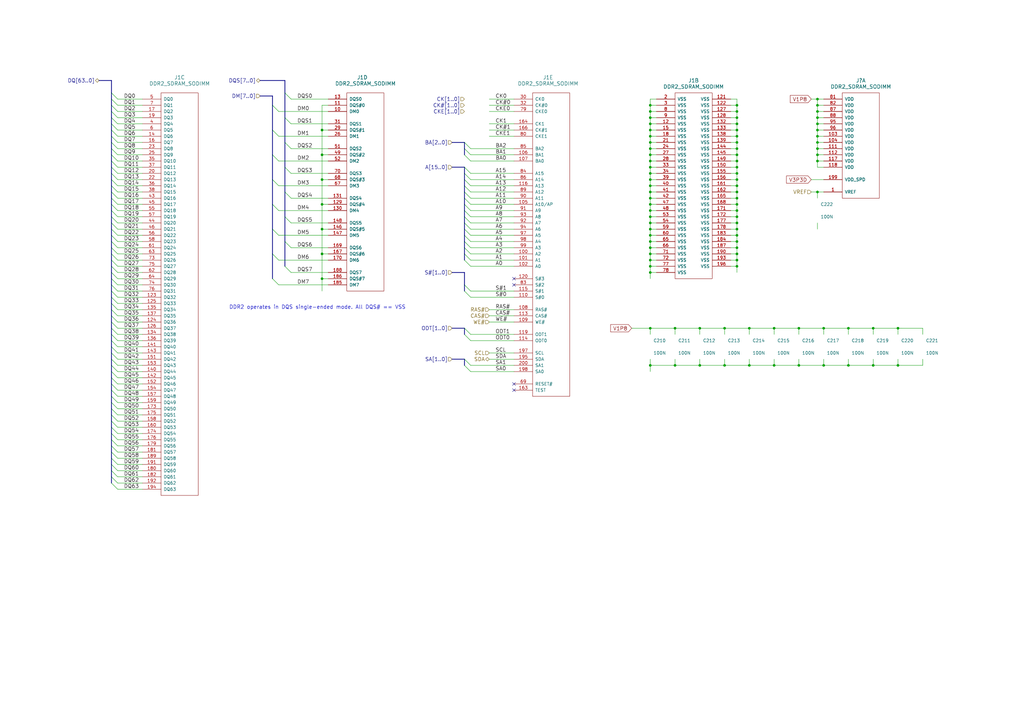
<source format=kicad_sch>
(kicad_sch (version 20230121) (generator eeschema)
  (paper "A3")
  (title_block (title "Daisho Project Main Board") (date "10 Oct 2014") (rev "0") (company "ShareBrained Technology, Inc.") (comment 1 "Copyright © 2013 Jared Boone") (comment 2 "License: GNU General Public License, version 2"))
  (junction (at 266.7 91.44))
  (junction (at 302.26 60.96))
  (junction (at 335.28 66.04))
  (junction (at 266.7 88.9))
  (junction (at 266.7 60.96))
  (junction (at 266.7 78.74))
  (junction (at 297.18 134.62))
  (junction (at 358.14 149.86))
  (junction (at 266.7 58.42))
  (junction (at 327.66 134.62))
  (junction (at 266.7 93.98))
  (junction (at 266.7 63.5))
  (junction (at 368.3 149.86))
  (junction (at 335.28 43.18))
  (junction (at 132.08 93.98))
  (junction (at 266.7 106.68))
  (junction (at 266.7 55.88))
  (junction (at 368.3 134.62))
  (junction (at 266.7 43.18))
  (junction (at 302.26 101.6))
  (junction (at 335.28 40.64))
  (junction (at 266.7 73.66))
  (junction (at 302.26 76.2))
  (junction (at 287.02 149.86))
  (junction (at 302.26 50.8))
  (junction (at 132.08 53.34))
  (junction (at 302.26 91.44))
  (junction (at 297.18 149.86))
  (junction (at 302.26 45.72))
  (junction (at 287.02 134.62))
  (junction (at 302.26 66.04))
  (junction (at 302.26 53.34))
  (junction (at 132.08 73.66))
  (junction (at 335.28 78.74))
  (junction (at 302.26 73.66))
  (junction (at 266.7 86.36))
  (junction (at 132.08 83.82))
  (junction (at 132.08 114.3))
  (junction (at 302.26 93.98))
  (junction (at 266.7 53.34))
  (junction (at 266.7 96.52))
  (junction (at 302.26 55.88))
  (junction (at 307.34 149.86))
  (junction (at 266.7 134.62))
  (junction (at 347.98 134.62))
  (junction (at 132.08 63.5))
  (junction (at 307.34 134.62))
  (junction (at 266.7 83.82))
  (junction (at 266.7 111.76))
  (junction (at 358.14 134.62))
  (junction (at 335.28 58.42))
  (junction (at 302.26 96.52))
  (junction (at 335.28 55.88))
  (junction (at 335.28 48.26))
  (junction (at 302.26 43.18))
  (junction (at 266.7 50.8))
  (junction (at 266.7 76.2))
  (junction (at 266.7 109.22))
  (junction (at 266.7 149.86))
  (junction (at 335.28 50.8))
  (junction (at 337.82 149.86))
  (junction (at 302.26 48.26))
  (junction (at 302.26 83.82))
  (junction (at 302.26 109.22))
  (junction (at 302.26 104.14))
  (junction (at 266.7 45.72))
  (junction (at 327.66 149.86))
  (junction (at 266.7 68.58))
  (junction (at 302.26 106.68))
  (junction (at 266.7 48.26))
  (junction (at 302.26 99.06))
  (junction (at 266.7 71.12))
  (junction (at 302.26 81.28))
  (junction (at 266.7 99.06))
  (junction (at 317.5 149.86))
  (junction (at 302.26 68.58))
  (junction (at 266.7 81.28))
  (junction (at 347.98 149.86))
  (junction (at 276.86 149.86))
  (junction (at 266.7 104.14))
  (junction (at 266.7 101.6))
  (junction (at 266.7 66.04))
  (junction (at 335.28 60.96))
  (junction (at 335.28 45.72))
  (junction (at 302.26 71.12))
  (junction (at 302.26 63.5))
  (junction (at 302.26 86.36))
  (junction (at 302.26 78.74))
  (junction (at 302.26 88.9))
  (junction (at 317.5 134.62))
  (junction (at 132.08 104.14))
  (junction (at 302.26 58.42))
  (junction (at 337.82 134.62))
  (junction (at 335.28 63.5))
  (junction (at 335.28 53.34))
  (junction (at 276.86 134.62))
  (no_connect (at 210.82 160.02))
  (no_connect (at 210.82 157.48))
  (no_connect (at 210.82 114.3))
  (no_connect (at 210.82 116.84))
  (bus_entry (at 45.72 58.42) (size 2.54 2.54))
  (bus_entry (at 190.5 104.14) (size 2.54 2.54))
  (bus_entry (at 45.72 165.1) (size 2.54 2.54))
  (bus_entry (at 45.72 109.22) (size 2.54 2.54))
  (bus_entry (at 190.5 86.36) (size 2.54 2.54))
  (bus_entry (at 45.72 182.88) (size 2.54 2.54))
  (bus_entry (at 45.72 99.06) (size 2.54 2.54))
  (bus_entry (at 116.84 109.22) (size 2.54 2.54))
  (bus_entry (at 190.5 134.62) (size 2.54 2.54))
  (bus_entry (at 45.72 193.04) (size 2.54 2.54))
  (bus_entry (at 45.72 91.44) (size 2.54 2.54))
  (bus_entry (at 45.72 96.52) (size 2.54 2.54))
  (bus_entry (at 190.5 73.66) (size 2.54 2.54))
  (bus_entry (at 45.72 38.1) (size 2.54 2.54))
  (bus_entry (at 116.84 78.74) (size 2.54 2.54))
  (bus_entry (at 190.5 78.74) (size 2.54 2.54))
  (bus_entry (at 45.72 190.5) (size 2.54 2.54))
  (bus_entry (at 45.72 167.64) (size 2.54 2.54))
  (bus_entry (at 45.72 175.26) (size 2.54 2.54))
  (bus_entry (at 190.5 83.82) (size 2.54 2.54))
  (bus_entry (at 45.72 66.04) (size 2.54 2.54))
  (bus_entry (at 45.72 152.4) (size 2.54 2.54))
  (bus_entry (at 190.5 116.84) (size 2.54 2.54))
  (bus_entry (at 45.72 149.86) (size 2.54 2.54))
  (bus_entry (at 116.84 48.26) (size 2.54 2.54))
  (bus_entry (at 45.72 187.96) (size 2.54 2.54))
  (bus_entry (at 45.72 195.58) (size 2.54 2.54))
  (bus_entry (at 45.72 55.88) (size 2.54 2.54))
  (bus_entry (at 45.72 73.66) (size 2.54 2.54))
  (bus_entry (at 116.84 68.58) (size 2.54 2.54))
  (bus_entry (at 190.5 88.9) (size 2.54 2.54))
  (bus_entry (at 45.72 60.96) (size 2.54 2.54))
  (bus_entry (at 45.72 147.32) (size 2.54 2.54))
  (bus_entry (at 111.76 93.98) (size 2.54 2.54))
  (bus_entry (at 45.72 106.68) (size 2.54 2.54))
  (bus_entry (at 190.5 76.2) (size 2.54 2.54))
  (bus_entry (at 45.72 53.34) (size 2.54 2.54))
  (bus_entry (at 111.76 53.34) (size 2.54 2.54))
  (bus_entry (at 190.5 81.28) (size 2.54 2.54))
  (bus_entry (at 45.72 134.62) (size 2.54 2.54))
  (bus_entry (at 116.84 38.1) (size 2.54 2.54))
  (bus_entry (at 45.72 104.14) (size 2.54 2.54))
  (bus_entry (at 45.72 198.12) (size 2.54 2.54))
  (bus_entry (at 190.5 137.16) (size 2.54 2.54))
  (bus_entry (at 45.72 124.46) (size 2.54 2.54))
  (bus_entry (at 45.72 48.26) (size 2.54 2.54))
  (bus_entry (at 190.5 96.52) (size 2.54 2.54))
  (bus_entry (at 45.72 132.08) (size 2.54 2.54))
  (bus_entry (at 45.72 63.5) (size 2.54 2.54))
  (bus_entry (at 45.72 177.8) (size 2.54 2.54))
  (bus_entry (at 45.72 81.28) (size 2.54 2.54))
  (bus_entry (at 45.72 185.42) (size 2.54 2.54))
  (bus_entry (at 190.5 99.06) (size 2.54 2.54))
  (bus_entry (at 45.72 43.18) (size 2.54 2.54))
  (bus_entry (at 45.72 162.56) (size 2.54 2.54))
  (bus_entry (at 45.72 119.38) (size 2.54 2.54))
  (bus_entry (at 45.72 71.12) (size 2.54 2.54))
  (bus_entry (at 45.72 116.84) (size 2.54 2.54))
  (bus_entry (at 45.72 129.54) (size 2.54 2.54))
  (bus_entry (at 45.72 111.76) (size 2.54 2.54))
  (bus_entry (at 190.5 147.32) (size 2.54 2.54))
  (bus_entry (at 190.5 58.42) (size 2.54 2.54))
  (bus_entry (at 45.72 144.78) (size 2.54 2.54))
  (bus_entry (at 111.76 114.3) (size 2.54 2.54))
  (bus_entry (at 190.5 119.38) (size 2.54 2.54))
  (bus_entry (at 45.72 170.18) (size 2.54 2.54))
  (bus_entry (at 190.5 91.44) (size 2.54 2.54))
  (bus_entry (at 45.72 40.64) (size 2.54 2.54))
  (bus_entry (at 45.72 142.24) (size 2.54 2.54))
  (bus_entry (at 45.72 101.6) (size 2.54 2.54))
  (bus_entry (at 111.76 73.66) (size 2.54 2.54))
  (bus_entry (at 190.5 149.86) (size 2.54 2.54))
  (bus_entry (at 116.84 99.06) (size 2.54 2.54))
  (bus_entry (at 45.72 78.74) (size 2.54 2.54))
  (bus_entry (at 45.72 114.3) (size 2.54 2.54))
  (bus_entry (at 45.72 157.48) (size 2.54 2.54))
  (bus_entry (at 45.72 127) (size 2.54 2.54))
  (bus_entry (at 45.72 83.82) (size 2.54 2.54))
  (bus_entry (at 116.84 58.42) (size 2.54 2.54))
  (bus_entry (at 190.5 68.58) (size 2.54 2.54))
  (bus_entry (at 190.5 101.6) (size 2.54 2.54))
  (bus_entry (at 45.72 154.94) (size 2.54 2.54))
  (bus_entry (at 111.76 63.5) (size 2.54 2.54))
  (bus_entry (at 45.72 86.36) (size 2.54 2.54))
  (bus_entry (at 45.72 93.98) (size 2.54 2.54))
  (bus_entry (at 190.5 60.96) (size 2.54 2.54))
  (bus_entry (at 45.72 88.9) (size 2.54 2.54))
  (bus_entry (at 111.76 83.82) (size 2.54 2.54))
  (bus_entry (at 45.72 121.92) (size 2.54 2.54))
  (bus_entry (at 45.72 139.7) (size 2.54 2.54))
  (bus_entry (at 190.5 106.68) (size 2.54 2.54))
  (bus_entry (at 111.76 43.18) (size 2.54 2.54))
  (bus_entry (at 45.72 50.8) (size 2.54 2.54))
  (bus_entry (at 45.72 160.02) (size 2.54 2.54))
  (bus_entry (at 190.5 71.12) (size 2.54 2.54))
  (bus_entry (at 190.5 63.5) (size 2.54 2.54))
  (bus_entry (at 45.72 45.72) (size 2.54 2.54))
  (bus_entry (at 45.72 137.16) (size 2.54 2.54))
  (bus_entry (at 45.72 172.72) (size 2.54 2.54))
  (bus_entry (at 45.72 180.34) (size 2.54 2.54))
  (bus_entry (at 116.84 88.9) (size 2.54 2.54))
  (bus_entry (at 45.72 68.58) (size 2.54 2.54))
  (bus_entry (at 111.76 104.14) (size 2.54 2.54))
  (bus_entry (at 45.72 76.2) (size 2.54 2.54))
  (bus_entry (at 190.5 93.98) (size 2.54 2.54))
  (wire (pts (xy 266.7 45.72) (xy 269.24 45.72)))
  (wire (pts (xy 266.7 147.32) (xy 266.7 149.86)))
  (bus (pts (xy 45.72 81.28) (xy 45.72 78.74)))
  (bus (pts (xy 111.76 53.34) (xy 111.76 63.5)))
  (wire (pts (xy 132.08 93.98) (xy 134.62 93.98)))
  (bus (pts (xy 45.72 43.18) (xy 45.72 40.64)))
  (wire (pts (xy 302.26 55.88) (xy 302.26 58.42)))
  (wire (pts (xy 266.7 106.68) (xy 269.24 106.68)))
  (wire (pts (xy 302.26 106.68) (xy 299.72 106.68)))
  (wire (pts (xy 210.82 129.54) (xy 200.66 129.54)))
  (wire (pts (xy 48.26 111.76) (xy 58.42 111.76)))
  (wire (pts (xy 266.7 104.14) (xy 266.7 101.6)))
  (wire (pts (xy 266.7 83.82) (xy 266.7 81.28)))
  (wire (pts (xy 266.7 71.12) (xy 269.24 71.12)))
  (wire (pts (xy 266.7 76.2) (xy 266.7 73.66)))
  (wire (pts (xy 378.46 137.16) (xy 378.46 134.62)))
  (wire (pts (xy 58.42 172.72) (xy 48.26 172.72)))
  (wire (pts (xy 266.7 45.72) (xy 266.7 43.18)))
  (wire (pts (xy 58.42 99.06) (xy 48.26 99.06)))
  (wire (pts (xy 335.28 48.26) (xy 337.82 48.26)))
  (bus (pts (xy 45.72 60.96) (xy 45.72 58.42)))
  (wire (pts (xy 210.82 139.7) (xy 193.04 139.7)))
  (bus (pts (xy 190.5 93.98) (xy 190.5 96.52)))
  (wire (pts (xy 210.82 66.04) (xy 193.04 66.04)))
  (bus (pts (xy 45.72 53.34) (xy 45.72 50.8)))
  (wire (pts (xy 48.26 55.88) (xy 58.42 55.88)))
  (wire (pts (xy 58.42 162.56) (xy 48.26 162.56)))
  (wire (pts (xy 266.7 111.76) (xy 269.24 111.76)))
  (wire (pts (xy 335.28 58.42) (xy 335.28 55.88)))
  (wire (pts (xy 134.62 60.96) (xy 119.38 60.96)))
  (wire (pts (xy 302.26 71.12) (xy 302.26 73.66)))
  (bus (pts (xy 45.72 175.26) (xy 45.72 172.72)))
  (wire (pts (xy 210.82 152.4) (xy 193.04 152.4)))
  (wire (pts (xy 58.42 104.14) (xy 48.26 104.14)))
  (bus (pts (xy 45.72 101.6) (xy 45.72 99.06)))
  (bus (pts (xy 190.5 111.76) (xy 190.5 116.84)))
  (wire (pts (xy 266.7 50.8) (xy 266.7 48.26)))
  (wire (pts (xy 302.26 81.28) (xy 299.72 81.28)))
  (bus (pts (xy 190.5 137.16) (xy 190.5 134.62)))
  (wire (pts (xy 266.7 50.8) (xy 269.24 50.8)))
  (wire (pts (xy 332.74 40.64) (xy 335.28 40.64)))
  (wire (pts (xy 297.18 134.62) (xy 297.18 137.16)))
  (wire (pts (xy 266.7 109.22) (xy 269.24 109.22)))
  (wire (pts (xy 335.28 53.34) (xy 335.28 50.8)))
  (wire (pts (xy 332.74 78.74) (xy 335.28 78.74)))
  (wire (pts (xy 302.26 45.72) (xy 299.72 45.72)))
  (wire (pts (xy 368.3 134.62) (xy 358.14 134.62)))
  (bus (pts (xy 45.72 124.46) (xy 45.72 121.92)))
  (wire (pts (xy 302.26 106.68) (xy 302.26 109.22)))
  (wire (pts (xy 48.26 68.58) (xy 58.42 68.58)))
  (wire (pts (xy 302.26 99.06) (xy 299.72 99.06)))
  (bus (pts (xy 45.72 142.24) (xy 45.72 139.7)))
  (wire (pts (xy 210.82 137.16) (xy 193.04 137.16)))
  (wire (pts (xy 210.82 53.34) (xy 200.66 53.34)))
  (wire (pts (xy 58.42 76.2) (xy 48.26 76.2)))
  (wire (pts (xy 302.26 66.04) (xy 302.26 68.58)))
  (wire (pts (xy 302.26 86.36) (xy 299.72 86.36)))
  (bus (pts (xy 190.5 71.12) (xy 190.5 73.66)))
  (bus (pts (xy 45.72 137.16) (xy 45.72 134.62)))
  (bus (pts (xy 190.5 81.28) (xy 190.5 83.82)))
  (bus (pts (xy 45.72 149.86) (xy 45.72 147.32)))
  (wire (pts (xy 58.42 43.18) (xy 48.26 43.18)))
  (wire (pts (xy 48.26 96.52) (xy 58.42 96.52)))
  (wire (pts (xy 210.82 147.32) (xy 200.66 147.32)))
  (bus (pts (xy 45.72 88.9) (xy 45.72 86.36)))
  (wire (pts (xy 210.82 106.68) (xy 193.04 106.68)))
  (bus (pts (xy 190.5 91.44) (xy 190.5 93.98)))
  (wire (pts (xy 58.42 195.58) (xy 48.26 195.58)))
  (bus (pts (xy 45.72 187.96) (xy 45.72 185.42)))
  (wire (pts (xy 335.28 81.28) (xy 335.28 78.74)))
  (wire (pts (xy 302.26 73.66) (xy 299.72 73.66)))
  (wire (pts (xy 58.42 149.86) (xy 48.26 149.86)))
  (wire (pts (xy 210.82 81.28) (xy 193.04 81.28)))
  (wire (pts (xy 266.7 149.86) (xy 276.86 149.86)))
  (wire (pts (xy 58.42 193.04) (xy 48.26 193.04)))
  (wire (pts (xy 58.42 40.64) (xy 48.26 40.64)))
  (wire (pts (xy 266.7 76.2) (xy 269.24 76.2)))
  (wire (pts (xy 299.72 40.64) (xy 302.26 40.64)))
  (bus (pts (xy 45.72 48.26) (xy 45.72 45.72)))
  (wire (pts (xy 302.26 91.44) (xy 302.26 93.98)))
  (wire (pts (xy 48.26 53.34) (xy 58.42 53.34)))
  (wire (pts (xy 48.26 121.92) (xy 58.42 121.92)))
  (wire (pts (xy 302.26 55.88) (xy 299.72 55.88)))
  (wire (pts (xy 58.42 180.34) (xy 48.26 180.34)))
  (bus (pts (xy 45.72 66.04) (xy 45.72 63.5)))
  (wire (pts (xy 287.02 134.62) (xy 287.02 137.16)))
  (wire (pts (xy 266.7 43.18) (xy 266.7 40.64)))
  (wire (pts (xy 210.82 50.8) (xy 200.66 50.8)))
  (bus (pts (xy 190.5 78.74) (xy 190.5 81.28)))
  (wire (pts (xy 266.7 53.34) (xy 269.24 53.34)))
  (wire (pts (xy 337.82 43.18) (xy 335.28 43.18)))
  (wire (pts (xy 210.82 109.22) (xy 193.04 109.22)))
  (wire (pts (xy 210.82 60.96) (xy 193.04 60.96)))
  (bus (pts (xy 111.76 43.18) (xy 111.76 53.34)))
  (wire (pts (xy 58.42 182.88) (xy 48.26 182.88)))
  (wire (pts (xy 132.08 114.3) (xy 132.08 119.38)))
  (wire (pts (xy 335.28 60.96) (xy 335.28 58.42)))
  (wire (pts (xy 302.26 71.12) (xy 299.72 71.12)))
  (bus (pts (xy 190.5 116.84) (xy 190.5 119.38)))
  (wire (pts (xy 58.42 160.02) (xy 48.26 160.02)))
  (wire (pts (xy 134.62 81.28) (xy 119.38 81.28)))
  (wire (pts (xy 337.82 68.58) (xy 335.28 68.58)))
  (bus (pts (xy 190.5 73.66) (xy 190.5 76.2)))
  (wire (pts (xy 276.86 134.62) (xy 276.86 137.16)))
  (bus (pts (xy 45.72 83.82) (xy 45.72 81.28)))
  (wire (pts (xy 266.7 83.82) (xy 269.24 83.82)))
  (wire (pts (xy 302.26 43.18) (xy 299.72 43.18)))
  (bus (pts (xy 45.72 121.92) (xy 45.72 119.38)))
  (wire (pts (xy 58.42 48.26) (xy 48.26 48.26)))
  (wire (pts (xy 266.7 86.36) (xy 269.24 86.36)))
  (wire (pts (xy 210.82 104.14) (xy 193.04 104.14)))
  (wire (pts (xy 134.62 111.76) (xy 119.38 111.76)))
  (wire (pts (xy 266.7 81.28) (xy 266.7 78.74)))
  (wire (pts (xy 132.08 63.5) (xy 132.08 73.66)))
  (wire (pts (xy 48.26 137.16) (xy 58.42 137.16)))
  (wire (pts (xy 210.82 45.72) (xy 200.66 45.72)))
  (wire (pts (xy 134.62 43.18) (xy 132.08 43.18)))
  (bus (pts (xy 116.84 58.42) (xy 116.84 48.26)))
  (wire (pts (xy 266.7 109.22) (xy 266.7 106.68)))
  (bus (pts (xy 185.42 111.76) (xy 190.5 111.76)))
  (wire (pts (xy 58.42 93.98) (xy 48.26 93.98)))
  (wire (pts (xy 307.34 149.86) (xy 307.34 147.32)))
  (wire (pts (xy 276.86 149.86) (xy 287.02 149.86)))
  (wire (pts (xy 335.28 45.72) (xy 337.82 45.72)))
  (wire (pts (xy 210.82 78.74) (xy 193.04 78.74)))
  (bus (pts (xy 190.5 63.5) (xy 190.5 60.96)))
  (wire (pts (xy 337.82 149.86) (xy 337.82 147.32)))
  (wire (pts (xy 210.82 127) (xy 200.66 127)))
  (wire (pts (xy 302.26 50.8) (xy 302.26 53.34)))
  (wire (pts (xy 132.08 53.34) (xy 132.08 63.5)))
  (wire (pts (xy 134.62 106.68) (xy 114.3 106.68)))
  (wire (pts (xy 335.28 48.26) (xy 335.28 45.72)))
  (wire (pts (xy 210.82 76.2) (xy 193.04 76.2)))
  (wire (pts (xy 302.26 50.8) (xy 299.72 50.8)))
  (wire (pts (xy 302.26 40.64) (xy 302.26 43.18)))
  (wire (pts (xy 266.7 58.42) (xy 269.24 58.42)))
  (wire (pts (xy 266.7 96.52) (xy 266.7 93.98)))
  (bus (pts (xy 190.5 68.58) (xy 190.5 71.12)))
  (bus (pts (xy 106.68 39.37) (xy 111.76 39.37)))
  (wire (pts (xy 210.82 93.98) (xy 193.04 93.98)))
  (bus (pts (xy 111.76 104.14) (xy 111.76 114.3)))
  (wire (pts (xy 317.5 149.86) (xy 327.66 149.86)))
  (wire (pts (xy 58.42 60.96) (xy 48.26 60.96)))
  (wire (pts (xy 327.66 149.86) (xy 327.66 147.32)))
  (wire (pts (xy 210.82 63.5) (xy 193.04 63.5)))
  (wire (pts (xy 132.08 93.98) (xy 132.08 104.14)))
  (wire (pts (xy 210.82 149.86) (xy 193.04 149.86)))
  (bus (pts (xy 116.84 99.06) (xy 116.84 88.9)))
  (bus (pts (xy 111.76 63.5) (xy 111.76 73.66)))
  (bus (pts (xy 45.72 106.68) (xy 45.72 104.14)))
  (wire (pts (xy 368.3 149.86) (xy 378.46 149.86)))
  (bus (pts (xy 111.76 39.37) (xy 111.76 43.18)))
  (wire (pts (xy 210.82 88.9) (xy 193.04 88.9)))
  (wire (pts (xy 266.7 66.04) (xy 266.7 63.5)))
  (bus (pts (xy 45.72 167.64) (xy 45.72 165.1)))
  (bus (pts (xy 45.72 78.74) (xy 45.72 76.2)))
  (wire (pts (xy 335.28 63.5) (xy 337.82 63.5)))
  (wire (pts (xy 58.42 144.78) (xy 48.26 144.78)))
  (wire (pts (xy 58.42 167.64) (xy 48.26 167.64)))
  (wire (pts (xy 276.86 149.86) (xy 276.86 147.32)))
  (wire (pts (xy 327.66 134.62) (xy 317.5 134.62)))
  (wire (pts (xy 266.7 96.52) (xy 269.24 96.52)))
  (wire (pts (xy 132.08 73.66) (xy 132.08 83.82)))
  (wire (pts (xy 48.26 127) (xy 58.42 127)))
  (wire (pts (xy 48.26 88.9) (xy 58.42 88.9)))
  (wire (pts (xy 266.7 88.9) (xy 266.7 86.36)))
  (wire (pts (xy 266.7 149.86) (xy 266.7 152.4)))
  (bus (pts (xy 45.72 96.52) (xy 45.72 93.98)))
  (wire (pts (xy 210.82 144.78) (xy 200.66 144.78)))
  (bus (pts (xy 185.42 68.58) (xy 190.5 68.58)))
  (bus (pts (xy 45.72 129.54) (xy 45.72 127)))
  (bus (pts (xy 111.76 73.66) (xy 111.76 83.82)))
  (wire (pts (xy 337.82 134.62) (xy 327.66 134.62)))
  (wire (pts (xy 302.26 63.5) (xy 299.72 63.5)))
  (wire (pts (xy 132.08 53.34) (xy 134.62 53.34)))
  (bus (pts (xy 45.72 182.88) (xy 45.72 180.34)))
  (wire (pts (xy 302.26 58.42) (xy 299.72 58.42)))
  (wire (pts (xy 266.7 55.88) (xy 269.24 55.88)))
  (wire (pts (xy 302.26 93.98) (xy 299.72 93.98)))
  (wire (pts (xy 48.26 142.24) (xy 58.42 142.24)))
  (wire (pts (xy 58.42 45.72) (xy 48.26 45.72)))
  (bus (pts (xy 45.72 99.06) (xy 45.72 96.52)))
  (bus (pts (xy 190.5 134.62) (xy 185.42 134.62)))
  (wire (pts (xy 287.02 149.86) (xy 297.18 149.86)))
  (bus (pts (xy 45.72 86.36) (xy 45.72 83.82)))
  (wire (pts (xy 58.42 71.12) (xy 48.26 71.12)))
  (wire (pts (xy 302.26 66.04) (xy 299.72 66.04)))
  (wire (pts (xy 58.42 175.26) (xy 48.26 175.26)))
  (wire (pts (xy 302.26 96.52) (xy 299.72 96.52)))
  (wire (pts (xy 132.08 104.14) (xy 134.62 104.14)))
  (wire (pts (xy 134.62 71.12) (xy 119.38 71.12)))
  (wire (pts (xy 266.7 40.64) (xy 269.24 40.64)))
  (bus (pts (xy 190.5 58.42) (xy 185.42 58.42)))
  (bus (pts (xy 190.5 104.14) (xy 190.5 106.68)))
  (wire (pts (xy 58.42 119.38) (xy 48.26 119.38)))
  (bus (pts (xy 45.72 180.34) (xy 45.72 177.8)))
  (wire (pts (xy 378.46 134.62) (xy 368.3 134.62)))
  (wire (pts (xy 266.7 55.88) (xy 266.7 53.34)))
  (wire (pts (xy 210.82 121.92) (xy 193.04 121.92)))
  (bus (pts (xy 45.72 58.42) (xy 45.72 55.88)))
  (wire (pts (xy 134.62 66.04) (xy 114.3 66.04)))
  (wire (pts (xy 335.28 40.64) (xy 337.82 40.64)))
  (wire (pts (xy 335.28 66.04) (xy 337.82 66.04)))
  (wire (pts (xy 58.42 91.44) (xy 48.26 91.44)))
  (wire (pts (xy 335.28 53.34) (xy 337.82 53.34)))
  (wire (pts (xy 48.26 106.68) (xy 58.42 106.68)))
  (bus (pts (xy 45.72 152.4) (xy 45.72 149.86)))
  (bus (pts (xy 190.5 86.36) (xy 190.5 88.9)))
  (wire (pts (xy 302.26 86.36) (xy 302.26 88.9)))
  (wire (pts (xy 134.62 96.52) (xy 114.3 96.52)))
  (wire (pts (xy 287.02 134.62) (xy 276.86 134.62)))
  (bus (pts (xy 45.72 139.7) (xy 45.72 137.16)))
  (wire (pts (xy 337.82 149.86) (xy 347.98 149.86)))
  (bus (pts (xy 45.72 55.88) (xy 45.72 53.34)))
  (bus (pts (xy 45.72 73.66) (xy 45.72 71.12)))
  (wire (pts (xy 302.26 76.2) (xy 299.72 76.2)))
  (bus (pts (xy 45.72 116.84) (xy 45.72 114.3)))
  (bus (pts (xy 45.72 93.98) (xy 45.72 91.44)))
  (bus (pts (xy 116.84 109.22) (xy 116.84 99.06)))
  (wire (pts (xy 302.26 68.58) (xy 302.26 71.12)))
  (wire (pts (xy 132.08 63.5) (xy 134.62 63.5)))
  (wire (pts (xy 302.26 83.82) (xy 302.26 86.36)))
  (wire (pts (xy 335.28 45.72) (xy 335.28 43.18)))
  (wire (pts (xy 48.26 101.6) (xy 58.42 101.6)))
  (wire (pts (xy 266.7 66.04) (xy 269.24 66.04)))
  (wire (pts (xy 297.18 149.86) (xy 307.34 149.86)))
  (wire (pts (xy 302.26 104.14) (xy 299.72 104.14)))
  (wire (pts (xy 210.82 132.08) (xy 200.66 132.08)))
  (bus (pts (xy 190.5 83.82) (xy 190.5 86.36)))
  (wire (pts (xy 266.7 91.44) (xy 266.7 88.9)))
  (bus (pts (xy 45.72 132.08) (xy 45.72 129.54)))
  (wire (pts (xy 335.28 50.8) (xy 337.82 50.8)))
  (wire (pts (xy 132.08 83.82) (xy 134.62 83.82)))
  (wire (pts (xy 302.26 63.5) (xy 302.26 66.04)))
  (wire (pts (xy 58.42 190.5) (xy 48.26 190.5)))
  (wire (pts (xy 266.7 88.9) (xy 269.24 88.9)))
  (bus (pts (xy 190.5 96.52) (xy 190.5 99.06)))
  (bus (pts (xy 45.72 165.1) (xy 45.72 162.56)))
  (wire (pts (xy 266.7 81.28) (xy 269.24 81.28)))
  (wire (pts (xy 358.14 134.62) (xy 358.14 137.16)))
  (bus (pts (xy 45.72 114.3) (xy 45.72 111.76)))
  (wire (pts (xy 302.26 91.44) (xy 299.72 91.44)))
  (wire (pts (xy 266.7 93.98) (xy 266.7 91.44)))
  (bus (pts (xy 45.72 193.04) (xy 45.72 190.5)))
  (wire (pts (xy 302.26 88.9) (xy 302.26 91.44)))
  (wire (pts (xy 335.28 55.88) (xy 335.28 53.34)))
  (wire (pts (xy 266.7 63.5) (xy 266.7 60.96)))
  (bus (pts (xy 45.72 68.58) (xy 45.72 66.04)))
  (wire (pts (xy 266.7 104.14) (xy 269.24 104.14)))
  (wire (pts (xy 302.26 53.34) (xy 299.72 53.34)))
  (wire (pts (xy 58.42 139.7) (xy 48.26 139.7)))
  (wire (pts (xy 58.42 177.8) (xy 48.26 177.8)))
  (wire (pts (xy 210.82 43.18) (xy 200.66 43.18)))
  (bus (pts (xy 111.76 83.82) (xy 111.76 93.98)))
  (wire (pts (xy 297.18 134.62) (xy 287.02 134.62)))
  (wire (pts (xy 302.26 101.6) (xy 299.72 101.6)))
  (wire (pts (xy 302.26 81.28) (xy 302.26 83.82)))
  (wire (pts (xy 269.24 43.18) (xy 266.7 43.18)))
  (bus (pts (xy 45.72 170.18) (xy 45.72 167.64)))
  (bus (pts (xy 45.72 104.14) (xy 45.72 101.6)))
  (bus (pts (xy 45.72 162.56) (xy 45.72 160.02)))
  (wire (pts (xy 347.98 149.86) (xy 358.14 149.86)))
  (wire (pts (xy 210.82 99.06) (xy 193.04 99.06)))
  (wire (pts (xy 58.42 114.3) (xy 48.26 114.3)))
  (wire (pts (xy 210.82 101.6) (xy 193.04 101.6)))
  (bus (pts (xy 45.72 91.44) (xy 45.72 88.9)))
  (wire (pts (xy 335.28 43.18) (xy 335.28 40.64)))
  (bus (pts (xy 190.5 99.06) (xy 190.5 101.6)))
  (wire (pts (xy 302.26 58.42) (xy 302.26 60.96)))
  (wire (pts (xy 317.5 134.62) (xy 317.5 137.16)))
  (bus (pts (xy 45.72 190.5) (xy 45.72 187.96)))
  (bus (pts (xy 45.72 63.5) (xy 45.72 60.96)))
  (wire (pts (xy 276.86 134.62) (xy 266.7 134.62)))
  (wire (pts (xy 335.28 66.04) (xy 335.28 63.5)))
  (wire (pts (xy 347.98 149.86) (xy 347.98 147.32)))
  (bus (pts (xy 45.72 144.78) (xy 45.72 142.24)))
  (wire (pts (xy 302.26 78.74) (xy 302.26 81.28)))
  (wire (pts (xy 335.28 60.96) (xy 337.82 60.96)))
  (wire (pts (xy 134.62 101.6) (xy 119.38 101.6)))
  (wire (pts (xy 302.26 76.2) (xy 302.26 78.74)))
  (bus (pts (xy 185.42 147.32) (xy 190.5 147.32)))
  (wire (pts (xy 132.08 73.66) (xy 134.62 73.66)))
  (wire (pts (xy 302.26 68.58) (xy 299.72 68.58)))
  (bus (pts (xy 45.72 134.62) (xy 45.72 132.08)))
  (wire (pts (xy 266.7 68.58) (xy 269.24 68.58)))
  (wire (pts (xy 210.82 73.66) (xy 193.04 73.66)))
  (wire (pts (xy 58.42 185.42) (xy 48.26 185.42)))
  (wire (pts (xy 266.7 73.66) (xy 266.7 71.12)))
  (wire (pts (xy 210.82 40.64) (xy 200.66 40.64)))
  (wire (pts (xy 302.26 78.74) (xy 299.72 78.74)))
  (wire (pts (xy 210.82 91.44) (xy 193.04 91.44)))
  (bus (pts (xy 45.72 195.58) (xy 45.72 193.04)))
  (wire (pts (xy 48.26 58.42) (xy 58.42 58.42)))
  (bus (pts (xy 116.84 33.02) (xy 106.68 33.02)))
  (wire (pts (xy 266.7 78.74) (xy 266.7 76.2)))
  (bus (pts (xy 45.72 185.42) (xy 45.72 182.88)))
  (wire (pts (xy 266.7 53.34) (xy 266.7 50.8)))
  (wire (pts (xy 210.82 119.38) (xy 193.04 119.38)))
  (wire (pts (xy 335.28 50.8) (xy 335.28 48.26)))
  (wire (pts (xy 266.7 91.44) (xy 269.24 91.44)))
  (wire (pts (xy 58.42 170.18) (xy 48.26 170.18)))
  (wire (pts (xy 266.7 134.62) (xy 266.7 137.16)))
  (wire (pts (xy 266.7 86.36) (xy 266.7 83.82)))
  (wire (pts (xy 317.5 134.62) (xy 307.34 134.62)))
  (bus (pts (xy 45.72 127) (xy 45.72 124.46)))
  (wire (pts (xy 58.42 157.48) (xy 48.26 157.48)))
  (wire (pts (xy 134.62 86.36) (xy 114.3 86.36)))
  (bus (pts (xy 45.72 71.12) (xy 45.72 68.58)))
  (wire (pts (xy 58.42 165.1) (xy 48.26 165.1)))
  (wire (pts (xy 317.5 149.86) (xy 317.5 147.32)))
  (wire (pts (xy 210.82 96.52) (xy 193.04 96.52)))
  (wire (pts (xy 48.26 152.4) (xy 58.42 152.4)))
  (wire (pts (xy 302.26 60.96) (xy 302.26 63.5)))
  (wire (pts (xy 266.7 60.96) (xy 266.7 58.42)))
  (wire (pts (xy 335.28 63.5) (xy 335.28 60.96)))
  (wire (pts (xy 307.34 134.62) (xy 307.34 137.16)))
  (bus (pts (xy 116.84 48.26) (xy 116.84 38.1)))
  (wire (pts (xy 58.42 124.46) (xy 48.26 124.46)))
  (wire (pts (xy 266.7 48.26) (xy 266.7 45.72)))
  (wire (pts (xy 58.42 154.94) (xy 48.26 154.94)))
  (wire (pts (xy 210.82 71.12) (xy 193.04 71.12)))
  (wire (pts (xy 48.26 147.32) (xy 58.42 147.32)))
  (wire (pts (xy 134.62 76.2) (xy 114.3 76.2)))
  (wire (pts (xy 266.7 78.74) (xy 269.24 78.74)))
  (wire (pts (xy 266.7 71.12) (xy 266.7 68.58)))
  (wire (pts (xy 358.14 134.62) (xy 347.98 134.62)))
  (wire (pts (xy 368.3 134.62) (xy 368.3 137.16)))
  (bus (pts (xy 45.72 157.48) (xy 45.72 154.94)))
  (wire (pts (xy 134.62 45.72) (xy 114.3 45.72)))
  (wire (pts (xy 266.7 63.5) (xy 269.24 63.5)))
  (wire (pts (xy 58.42 129.54) (xy 48.26 129.54)))
  (wire (pts (xy 58.42 187.96) (xy 48.26 187.96)))
  (bus (pts (xy 190.5 88.9) (xy 190.5 91.44)))
  (wire (pts (xy 287.02 149.86) (xy 287.02 147.32)))
  (wire (pts (xy 48.26 132.08) (xy 58.42 132.08)))
  (wire (pts (xy 302.26 104.14) (xy 302.26 106.68)))
  (bus (pts (xy 116.84 88.9) (xy 116.84 78.74)))
  (wire (pts (xy 302.26 43.18) (xy 302.26 45.72)))
  (wire (pts (xy 266.7 60.96) (xy 269.24 60.96)))
  (wire (pts (xy 48.26 78.74) (xy 58.42 78.74)))
  (bus (pts (xy 45.72 119.38) (xy 45.72 116.84)))
  (wire (pts (xy 335.28 78.74) (xy 337.82 78.74)))
  (wire (pts (xy 307.34 134.62) (xy 297.18 134.62)))
  (wire (pts (xy 302.26 48.26) (xy 299.72 48.26)))
  (wire (pts (xy 302.26 93.98) (xy 302.26 96.52)))
  (wire (pts (xy 299.72 109.22) (xy 302.26 109.22)))
  (wire (pts (xy 337.82 73.66) (xy 332.74 73.66)))
  (bus (pts (xy 45.72 45.72) (xy 45.72 43.18)))
  (wire (pts (xy 266.7 73.66) (xy 269.24 73.66)))
  (wire (pts (xy 134.62 55.88) (xy 114.3 55.88)))
  (wire (pts (xy 210.82 83.82) (xy 193.04 83.82)))
  (wire (pts (xy 347.98 134.62) (xy 347.98 137.16)))
  (bus (pts (xy 45.72 154.94) (xy 45.72 152.4)))
  (wire (pts (xy 335.28 93.98) (xy 335.28 91.44)))
  (wire (pts (xy 266.7 111.76) (xy 266.7 109.22)))
  (wire (pts (xy 378.46 149.86) (xy 378.46 147.32)))
  (wire (pts (xy 58.42 81.28) (xy 48.26 81.28)))
  (wire (pts (xy 132.08 104.14) (xy 132.08 114.3)))
  (wire (pts (xy 347.98 134.62) (xy 337.82 134.62)))
  (wire (pts (xy 266.7 101.6) (xy 269.24 101.6)))
  (wire (pts (xy 302.26 60.96) (xy 299.72 60.96)))
  (wire (pts (xy 266.7 99.06) (xy 266.7 96.52)))
  (wire (pts (xy 210.82 55.88) (xy 200.66 55.88)))
  (wire (pts (xy 302.26 73.66) (xy 302.26 76.2)))
  (wire (pts (xy 358.14 149.86) (xy 358.14 147.32)))
  (bus (pts (xy 190.5 101.6) (xy 190.5 104.14)))
  (wire (pts (xy 335.28 55.88) (xy 337.82 55.88)))
  (bus (pts (xy 190.5 147.32) (xy 190.5 149.86)))
  (bus (pts (xy 45.72 172.72) (xy 45.72 170.18)))
  (bus (pts (xy 45.72 40.64) (xy 45.72 38.1)))
  (wire (pts (xy 302.26 45.72) (xy 302.26 48.26)))
  (wire (pts (xy 48.26 83.82) (xy 58.42 83.82)))
  (wire (pts (xy 327.66 149.86) (xy 337.82 149.86)))
  (wire (pts (xy 266.7 68.58) (xy 266.7 66.04)))
  (wire (pts (xy 307.34 149.86) (xy 317.5 149.86)))
  (wire (pts (xy 48.26 73.66) (xy 58.42 73.66)))
  (bus (pts (xy 111.76 93.98) (xy 111.76 104.14)))
  (wire (pts (xy 302.26 88.9) (xy 299.72 88.9)))
  (wire (pts (xy 302.26 53.34) (xy 302.26 55.88)))
  (wire (pts (xy 297.18 149.86) (xy 297.18 147.32)))
  (wire (pts (xy 58.42 50.8) (xy 48.26 50.8)))
  (bus (pts (xy 190.5 60.96) (xy 190.5 58.42)))
  (bus (pts (xy 45.72 33.02) (xy 40.64 33.02)))
  (wire (pts (xy 58.42 200.66) (xy 48.26 200.66)))
  (wire (pts (xy 266.7 101.6) (xy 266.7 99.06)))
  (wire (pts (xy 368.3 149.86) (xy 368.3 147.32)))
  (bus (pts (xy 190.5 76.2) (xy 190.5 78.74)))
  (wire (pts (xy 302.26 83.82) (xy 299.72 83.82)))
  (wire (pts (xy 327.66 134.62) (xy 327.66 137.16)))
  (wire (pts (xy 58.42 66.04) (xy 48.26 66.04)))
  (wire (pts (xy 134.62 50.8) (xy 119.38 50.8)))
  (wire (pts (xy 266.7 93.98) (xy 269.24 93.98)))
  (bus (pts (xy 116.84 78.74) (xy 116.84 68.58)))
  (wire (pts (xy 134.62 116.84) (xy 114.3 116.84)))
  (wire (pts (xy 335.28 58.42) (xy 337.82 58.42)))
  (bus (pts (xy 45.72 198.12) (xy 45.72 195.58)))
  (wire (pts (xy 266.7 58.42) (xy 266.7 55.88)))
  (wire (pts (xy 48.26 116.84) (xy 58.42 116.84)))
  (wire (pts (xy 134.62 114.3) (xy 132.08 114.3)))
  (wire (pts (xy 266.7 48.26) (xy 269.24 48.26)))
  (wire (pts (xy 210.82 86.36) (xy 193.04 86.36)))
  (wire (pts (xy 134.62 91.44) (xy 119.38 91.44)))
  (bus (pts (xy 116.84 68.58) (xy 116.84 58.42)))
  (wire (pts (xy 266.7 114.3) (xy 266.7 111.76)))
  (wire (pts (xy 132.08 43.18) (xy 132.08 53.34)))
  (bus (pts (xy 116.84 38.1) (xy 116.84 33.02)))
  (bus (pts (xy 45.72 147.32) (xy 45.72 144.78)))
  (bus (pts (xy 45.72 76.2) (xy 45.72 73.66)))
  (wire (pts (xy 266.7 106.68) (xy 266.7 104.14)))
  (wire (pts (xy 337.82 134.62) (xy 337.82 137.16)))
  (wire (pts (xy 58.42 109.22) (xy 48.26 109.22)))
  (wire (pts (xy 302.26 48.26) (xy 302.26 50.8)))
  (bus (pts (xy 45.72 109.22) (xy 45.72 106.68)))
  (bus (pts (xy 45.72 50.8) (xy 45.72 48.26)))
  (wire (pts (xy 132.08 83.82) (xy 132.08 93.98)))
  (bus (pts (xy 45.72 160.02) (xy 45.72 157.48)))
  (wire (pts (xy 134.62 40.64) (xy 119.38 40.64)))
  (wire (pts (xy 58.42 134.62) (xy 48.26 134.62)))
  (wire (pts (xy 58.42 198.12) (xy 48.26 198.12)))
  (wire (pts (xy 302.26 99.06) (xy 302.26 101.6)))
  (wire (pts (xy 302.26 96.52) (xy 302.26 99.06)))
  (wire (pts (xy 266.7 134.62) (xy 259.08 134.62)))
  (wire (pts (xy 358.14 149.86) (xy 368.3 149.86)))
  (bus (pts (xy 45.72 177.8) (xy 45.72 175.26)))
  (bus (pts (xy 45.72 38.1) (xy 45.72 33.02)))
  (bus (pts (xy 45.72 111.76) (xy 45.72 109.22)))
  (wire (pts (xy 266.7 99.06) (xy 269.24 99.06)))
  (wire (pts (xy 302.26 101.6) (xy 302.26 104.14)))
  (wire (pts (xy 58.42 86.36) (xy 48.26 86.36)))
  (wire (pts (xy 48.26 63.5) (xy 58.42 63.5)))
  (wire (pts (xy 335.28 68.58) (xy 335.28 66.04)))
  (wire (pts (xy 302.26 109.22) (xy 302.26 111.76)))
  (text "DDR2 operates in DQS single-ended mode. All DQS# == VSS" (at 93.98 127 0) (effects (font (size 1.524 1.524)) (justify left bottom)))
  (label "A3" (at 203.2 101.6 0) (effects (font (size 1.524 1.524))))
  (label "DQ8" (at 50.8 60.96 0) (effects (font (size 1.524 1.524))))
  (label "DQ35" (at 50.8 129.54 0) (effects (font (size 1.524 1.524))))
  (label "DQ0" (at 50.8 40.64 0) (effects (font (size 1.524 1.524))))
  (label "CAS#" (at 203.2 129.54 0) (effects (font (size 1.524 1.524))))
  (label "A6" (at 203.2 93.98 0) (effects (font (size 1.524 1.524))))
  (label "DQ14" (at 50.8 76.2 0) (effects (font (size 1.524 1.524))))
  (label "DQS2" (at 121.92 60.96 0) (effects (font (size 1.524 1.524))))
  (label "DQ27" (at 50.8 109.22 0) (effects (font (size 1.524 1.524))))
  (label "A11" (at 203.2 81.28 0) (effects (font (size 1.524 1.524))))
  (label "DQ20" (at 50.8 91.44 0) (effects (font (size 1.524 1.524))))
  (label "SA1" (at 203.2 149.86 0) (effects (font (size 1.524 1.524))))
  (label "DQ9" (at 50.8 63.5 0) (effects (font (size 1.524 1.524))))
  (label "DQ34" (at 50.8 127 0) (effects (font (size 1.524 1.524))))
  (label "DQ52" (at 50.8 172.72 0) (effects (font (size 1.524 1.524))))
  (label "DQ3" (at 50.8 48.26 0) (effects (font (size 1.524 1.524))))
  (label "DQ41" (at 50.8 144.78 0) (effects (font (size 1.524 1.524))))
  (label "DQ22" (at 50.8 96.52 0) (effects (font (size 1.524 1.524))))
  (label "DQ63" (at 50.8 200.66 0) (effects (font (size 1.524 1.524))))
  (label "BA0" (at 203.2 66.04 0) (effects (font (size 1.524 1.524))))
  (label "BA1" (at 203.2 63.5 0) (effects (font (size 1.524 1.524))))
  (label "DM7" (at 121.92 116.84 0) (effects (font (size 1.524 1.524))))
  (label "DQ29" (at 50.8 114.3 0) (effects (font (size 1.524 1.524))))
  (label "DQ49" (at 50.8 165.1 0) (effects (font (size 1.524 1.524))))
  (label "DQ61" (at 50.8 195.58 0) (effects (font (size 1.524 1.524))))
  (label "DM0" (at 121.92 45.72 0) (effects (font (size 1.524 1.524))))
  (label "DQ57" (at 50.8 185.42 0) (effects (font (size 1.524 1.524))))
  (label "DM4" (at 121.92 86.36 0) (effects (font (size 1.524 1.524))))
  (label "WE#" (at 203.2 132.08 0) (effects (font (size 1.524 1.524))))
  (label "DQ58" (at 50.8 187.96 0) (effects (font (size 1.524 1.524))))
  (label "DQS6" (at 121.92 101.6 0) (effects (font (size 1.524 1.524))))
  (label "DQS4" (at 121.92 81.28 0) (effects (font (size 1.524 1.524))))
  (label "A0" (at 203.2 109.22 0) (effects (font (size 1.524 1.524))))
  (label "DQ1" (at 50.8 43.18 0) (effects (font (size 1.524 1.524))))
  (label "DQ21" (at 50.8 93.98 0) (effects (font (size 1.524 1.524))))
  (label "DQ31" (at 50.8 119.38 0) (effects (font (size 1.524 1.524))))
  (label "DQ53" (at 50.8 175.26 0) (effects (font (size 1.524 1.524))))
  (label "DQ40" (at 50.8 142.24 0) (effects (font (size 1.524 1.524))))
  (label "DQ15" (at 50.8 78.74 0) (effects (font (size 1.524 1.524))))
  (label "S#1" (at 203.2 119.38 0) (effects (font (size 1.524 1.524))))
  (label "DQ55" (at 50.8 180.34 0) (effects (font (size 1.524 1.524))))
  (label "DQ47" (at 50.8 160.02 0) (effects (font (size 1.524 1.524))))
  (label "DQ10" (at 50.8 66.04 0) (effects (font (size 1.524 1.524))))
  (label "DQ51" (at 50.8 170.18 0) (effects (font (size 1.524 1.524))))
  (label "DM6" (at 121.92 106.68 0) (effects (font (size 1.524 1.524))))
  (label "DQ2" (at 50.8 45.72 0) (effects (font (size 1.524 1.524))))
  (label "A14" (at 203.2 73.66 0) (effects (font (size 1.524 1.524))))
  (label "A10" (at 203.2 83.82 0) (effects (font (size 1.524 1.524))))
  (label "DQ54" (at 50.8 177.8 0) (effects (font (size 1.524 1.524))))
  (label "DQ38" (at 50.8 137.16 0) (effects (font (size 1.524 1.524))))
  (label "DQ43" (at 50.8 149.86 0) (effects (font (size 1.524 1.524))))
  (label "DM1" (at 121.92 55.88 0) (effects (font (size 1.524 1.524))))
  (label "CK1" (at 203.2 50.8 0) (effects (font (size 1.524 1.524))))
  (label "DQ62" (at 50.8 198.12 0) (effects (font (size 1.524 1.524))))
  (label "A7" (at 203.2 91.44 0) (effects (font (size 1.524 1.524))))
  (label "DQ19" (at 50.8 88.9 0) (effects (font (size 1.524 1.524))))
  (label "A2" (at 203.2 104.14 0) (effects (font (size 1.524 1.524))))
  (label "DQ23" (at 50.8 99.06 0) (effects (font (size 1.524 1.524))))
  (label "DQS7" (at 121.92 111.76 0) (effects (font (size 1.524 1.524))))
  (label "A8" (at 203.2 88.9 0) (effects (font (size 1.524 1.524))))
  (label "SA0" (at 203.2 152.4 0) (effects (font (size 1.524 1.524))))
  (label "DQ45" (at 50.8 154.94 0) (effects (font (size 1.524 1.524))))
  (label "DM3" (at 121.92 76.2 0) (effects (font (size 1.524 1.524))))
  (label "DQ50" (at 50.8 167.64 0) (effects (font (size 1.524 1.524))))
  (label "SCL" (at 203.2 144.78 0) (effects (font (size 1.524 1.524))))
  (label "A12" (at 203.2 78.74 0) (effects (font (size 1.524 1.524))))
  (label "DQ32" (at 50.8 121.92 0) (effects (font (size 1.524 1.524))))
  (label "DQ18" (at 50.8 86.36 0) (effects (font (size 1.524 1.524))))
  (label "DQS5" (at 121.92 91.44 0) (effects (font (size 1.524 1.524))))
  (label "SDA" (at 203.2 147.32 0) (effects (font (size 1.524 1.524))))
  (label "DQS1" (at 121.92 50.8 0) (effects (font (size 1.524 1.524))))
  (label "DQ11" (at 50.8 68.58 0) (effects (font (size 1.524 1.524))))
  (label "DQ46" (at 50.8 157.48 0) (effects (font (size 1.524 1.524))))
  (label "DQ12" (at 50.8 71.12 0) (effects (font (size 1.524 1.524))))
  (label "DQ39" (at 50.8 139.7 0) (effects (font (size 1.524 1.524))))
  (label "DQ42" (at 50.8 147.32 0) (effects (font (size 1.524 1.524))))
  (label "DQ17" (at 50.8 83.82 0) (effects (font (size 1.524 1.524))))
  (label "DQ44" (at 50.8 152.4 0) (effects (font (size 1.524 1.524))))
  (label "DQ25" (at 50.8 104.14 0) (effects (font (size 1.524 1.524))))
  (label "DQ48" (at 50.8 162.56 0) (effects (font (size 1.524 1.524))))
  (label "A4" (at 203.2 99.06 0) (effects (font (size 1.524 1.524))))
  (label "DQ13" (at 50.8 73.66 0) (effects (font (size 1.524 1.524))))
  (label "DQ7" (at 50.8 58.42 0) (effects (font (size 1.524 1.524))))
  (label "DQ60" (at 50.8 193.04 0) (effects (font (size 1.524 1.524))))
  (label "DQ56" (at 50.8 182.88 0) (effects (font (size 1.524 1.524))))
  (label "DQ26" (at 50.8 106.68 0) (effects (font (size 1.524 1.524))))
  (label "A5" (at 203.2 96.52 0) (effects (font (size 1.524 1.524))))
  (label "A15" (at 203.2 71.12 0) (effects (font (size 1.524 1.524))))
  (label "A13" (at 203.2 76.2 0) (effects (font (size 1.524 1.524))))
  (label "CKE1" (at 203.2 55.88 0) (effects (font (size 1.524 1.524))))
  (label "DQ36" (at 50.8 132.08 0) (effects (font (size 1.524 1.524))))
  (label "DQ59" (at 50.8 190.5 0) (effects (font (size 1.524 1.524))))
  (label "DM2" (at 121.92 66.04 0) (effects (font (size 1.524 1.524))))
  (label "DQ28" (at 50.8 111.76 0) (effects (font (size 1.524 1.524))))
  (label "ODT0" (at 203.2 139.7 0) (effects (font (size 1.524 1.524))))
  (label "CK0" (at 203.2 40.64 0) (effects (font (size 1.524 1.524))))
  (label "DQ16" (at 50.8 81.28 0) (effects (font (size 1.524 1.524))))
  (label "DQ6" (at 50.8 55.88 0) (effects (font (size 1.524 1.524))))
  (label "CK#0" (at 203.2 43.18 0) (effects (font (size 1.524 1.524))))
  (label "CK#1" (at 203.2 53.34 0) (effects (font (size 1.524 1.524))))
  (label "DQ33" (at 50.8 124.46 0) (effects (font (size 1.524 1.524))))
  (label "DQS0" (at 121.92 40.64 0) (effects (font (size 1.524 1.524))))
  (label "A9" (at 203.2 86.36 0) (effects (font (size 1.524 1.524))))
  (label "S#0" (at 203.2 121.92 0) (effects (font (size 1.524 1.524))))
  (label "DQ37" (at 50.8 134.62 0) (effects (font (size 1.524 1.524))))
  (label "BA2" (at 203.2 60.96 0) (effects (font (size 1.524 1.524))))
  (label "DM5" (at 121.92 96.52 0) (effects (font (size 1.524 1.524))))
  (label "A1" (at 203.2 106.68 0) (effects (font (size 1.524 1.524))))
  (label "DQ30" (at 50.8 116.84 0) (effects (font (size 1.524 1.524))))
  (label "DQ24" (at 50.8 101.6 0) (effects (font (size 1.524 1.524))))
  (label "RAS#" (at 203.2 127 0) (effects (font (size 1.524 1.524))))
  (label "DQ4" (at 50.8 50.8 0) (effects (font (size 1.524 1.524))))
  (label "DQS3" (at 121.92 71.12 0) (effects (font (size 1.524 1.524))))
  (label "ODT1" (at 203.2 137.16 0) (effects (font (size 1.524 1.524))))
  (label "DQ5" (at 50.8 53.34 0) (effects (font (size 1.524 1.524))))
  (label "CKE0" (at 203.2 45.72 0) (effects (font (size 1.524 1.524))))
  (global_label "V1P8" (shape input) (at 259.08 134.62 180) (effects (font (size 1.524 1.524))) (property "Intersheetrefs" "${INTERSHEET_REFS}" (effects hide)))
  (global_label "V3P3D" (shape input) (at 332.74 73.66 180) (effects (font (size 1.524 1.524))) (property "Intersheetrefs" "${INTERSHEET_REFS}" (effects hide)))
  (global_label "V1P8" (shape input) (at 332.74 40.64 180) (effects (font (size 1.524 1.524))) (property "Intersheetrefs" "${INTERSHEET_REFS}" (effects hide)))
  (hierarchical_label "CAS#" (shape input) (at 200.66 129.54 180) (effects (font (size 1.524 1.524))))
  (hierarchical_label "RAS#" (shape input) (at 200.66 127 180) (effects (font (size 1.524 1.524))))
  (hierarchical_label "BA[2..0]" (shape input) (at 185.42 58.42 180) (effects (font (size 1.524 1.524))))
  (hierarchical_label "DM[7..0]" (shape input) (at 106.68 39.37 180) (effects (font (size 1.524 1.524))))
  (hierarchical_label "ODT[1..0]" (shape input) (at 185.42 134.62 180) (effects (font (size 1.524 1.524))))
  (hierarchical_label "S#[1..0]" (shape input) (at 185.42 111.76 180) (effects (font (size 1.524 1.524))))
  (hierarchical_label "DQS[7..0]" (shape bidirectional) (at 106.68 33.02 180) (effects (font (size 1.524 1.524))))
  (hierarchical_label "SDA" (shape bidirectional) (at 200.66 147.32 180) (effects (font (size 1.524 1.524))))
  (hierarchical_label "VREF" (shape input) (at 332.74 78.74 180) (effects (font (size 1.524 1.524))))
  (hierarchical_label "SCL" (shape input) (at 200.66 144.78 180) (effects (font (size 1.524 1.524))))
  (hierarchical_label "DQ[63..0]" (shape bidirectional) (at 40.64 33.02 180) (effects (font (size 1.524 1.524))))
  (hierarchical_label "CK[1..0]" (shape input) (at 190.5 40.64 180) (effects (font (size 1.524 1.524))))
  (hierarchical_label "WE#" (shape input) (at 200.66 132.08 180) (effects (font (size 1.524 1.524))))
  (hierarchical_label "CKE[1..0]" (shape input) (at 190.5 45.72 180) (effects (font (size 1.524 1.524))))
  (hierarchical_label "SA[1..0]" (shape input) (at 185.42 147.32 180) (effects (font (size 1.524 1.524))))
  (hierarchical_label "CK#[1..0]" (shape input) (at 190.5 43.18 180) (effects (font (size 1.524 1.524))))
  (hierarchical_label "A[15..0]" (shape input) (at 185.42 68.58 180) (effects (font (size 1.524 1.524))))
  (symbol (lib_id "ddr2_sdram_sodimm:DDR2_SDRAM_SODIMM") (at 73.66 33.02 0) (unit 3)
    (property "Reference" "J1" (at 73.66 31.75 0) (effects (font (size 1.524 1.524))))
    (property "Value" "DDR2_SDRAM_SODIMM" (at 73.66 34.29 0) (effects (font (size 1.524 1.524))))
    (property "Manufacturer" "TE Connectivity" (effects hide))
    (property "Part Number" "1473005-4" (effects hide))
  )
  (symbol (lib_id "ddr2_sdram_sodimm:DDR2_SDRAM_SODIMM") (at 149.86 33.02 0) (unit 4)
    (property "Reference" "J1" (at 148.59 31.75 0) (effects (font (size 1.524 1.524))))
    (property "Value" "DDR2_SDRAM_SODIMM" (at 149.86 34.29 0) (effects (font (size 1.524 1.524))))
    (property "Manufacturer" "TE Connectivity" (effects hide))
    (property "Part Number" "1473005-4" (effects hide))
  )
  (symbol (lib_id "ddr2_sdram_sodimm:DDR2_SDRAM_SODIMM") (at 226.06 33.02 0) (unit 5)
    (property "Reference" "J1" (at 224.79 31.75 0) (effects (font (size 1.524 1.524))))
    (property "Value" "DDR2_SDRAM_SODIMM" (at 224.79 34.29 0) (effects (font (size 1.524 1.524))))
    (property "Manufacturer" "TE Connectivity" (effects hide))
    (property "Part Number" "1473005-4" (effects hide))
  )
  (symbol (lib_id "GND") (at 132.08 119.38 0) (unit 1)
    (property "Reference" "#PWR0130" (effects hide))
    (property "Value" "GND" (effects hide))
  )
  (symbol (lib_id "ddr2_sdram_sodimm:DDR2_SDRAM_SODIMM") (at 353.06 33.02 0) (unit 1)
    (property "Reference" "J?" (at 353.06 33.02 0) (effects (font (size 1.524 1.524))))
    (property "Value" "DDR2_SDRAM_SODIMM" (at 353.06 35.56 0) (effects (font (size 1.524 1.524))))
    (property "Manufacturer" "TE Connectivity" (effects hide))
    (property "Part Number" "1473005-4" (effects hide))
    (instances (project "main_board" (path "" (reference "J?") (unit 1)) (path "" (reference "J1") (unit 1))))
  )
  (symbol (lib_id "GND") (at 302.26 111.76 0) (mirror y) (unit 1)
    (property "Reference" "#PWR0129" (effects hide))
    (property "Value" "GND" (effects hide))
  )
  (symbol (lib_id "ddr2_sdram_sodimm:DDR2_SDRAM_SODIMM") (at 284.48 33.02 0) (unit 2)
    (property "Reference" "J?" (at 284.48 33.02 0) (effects (font (size 1.524 1.524))))
    (property "Value" "DDR2_SDRAM_SODIMM" (at 284.48 35.56 0) (effects (font (size 1.524 1.524))))
    (property "Manufacturer" "TE Connectivity" (effects hide))
    (property "Part Number" "1473005-4" (effects hide))
    (instances (project "main_board" (path "" (reference "J1") (unit 2))))
  )
  (symbol (lib_id "GND") (at 266.7 114.3 0) (unit 1)
    (property "Reference" "#PWR0128" (effects hide))
    (property "Value" "GND" (effects hide))
  )
  (symbol (lib_id "C") (at 266.7 142.24 0) (unit 1)
    (property "Reference" "C210" (at 267.97 139.7 0) (effects (justify left)))
    (property "Value" "100N" (at 267.97 144.78 0) (effects (justify left)))
    (property "Manufacturer" "Murata" (effects hide))
    (property "Part Number" "GRM155R61A104KA01D" (effects hide))
  )
  (symbol (lib_id "C") (at 276.86 142.24 0) (unit 1)
    (property "Reference" "C211" (at 278.13 139.7 0) (effects (justify left)))
    (property "Value" "100N" (at 278.13 144.78 0) (effects (justify left)))
    (property "Manufacturer" "Murata" (effects hide))
    (property "Part Number" "GRM155R61A104KA01D" (effects hide))
  )
  (symbol (lib_id "C") (at 287.02 142.24 0) (unit 1)
    (property "Reference" "C212" (at 288.29 139.7 0) (effects (justify left)))
    (property "Value" "100N" (at 288.29 144.78 0) (effects (justify left)))
    (property "Manufacturer" "Murata" (effects hide))
    (property "Part Number" "GRM155R61A104KA01D" (effects hide))
  )
  (symbol (lib_id "C") (at 297.18 142.24 0) (unit 1)
    (property "Reference" "C213" (at 298.45 139.7 0) (effects (justify left)))
    (property "Value" "100N" (at 298.45 144.78 0) (effects (justify left)))
    (property "Manufacturer" "Murata" (effects hide))
    (property "Part Number" "GRM155R61A104KA01D" (effects hide))
  )
  (symbol (lib_id "C") (at 307.34 142.24 0) (unit 1)
    (property "Reference" "C214" (at 308.61 139.7 0) (effects (justify left)))
    (property "Value" "100N" (at 308.61 144.78 0) (effects (justify left)))
    (property "Manufacturer" "Murata" (effects hide))
    (property "Part Number" "GRM155R61A104KA01D" (effects hide))
  )
  (symbol (lib_id "C") (at 317.5 142.24 0) (unit 1)
    (property "Reference" "C215" (at 318.77 139.7 0) (effects (justify left)))
    (property "Value" "100N" (at 318.77 144.78 0) (effects (justify left)))
    (property "Manufacturer" "Murata" (effects hide))
    (property "Part Number" "GRM155R61A104KA01D" (effects hide))
  )
  (symbol (lib_id "C") (at 327.66 142.24 0) (unit 1)
    (property "Reference" "C216" (at 328.93 139.7 0) (effects (justify left)))
    (property "Value" "100N" (at 328.93 144.78 0) (effects (justify left)))
    (property "Manufacturer" "Murata" (effects hide))
    (property "Part Number" "GRM155R61A104KA01D" (effects hide))
  )
  (symbol (lib_id "C") (at 337.82 142.24 0) (unit 1)
    (property "Reference" "C217" (at 339.09 139.7 0) (effects (justify left)))
    (property "Value" "100N" (at 339.09 144.78 0) (effects (justify left)))
    (property "Manufacturer" "Murata" (effects hide))
    (property "Part Number" "GRM155R61A104KA01D" (effects hide))
  )
  (symbol (lib_id "C") (at 347.98 142.24 0) (unit 1)
    (property "Reference" "C218" (at 349.25 139.7 0) (effects (justify left)))
    (property "Value" "100N" (at 349.25 144.78 0) (effects (justify left)))
    (property "Manufacturer" "Murata" (effects hide))
    (property "Part Number" "GRM155R61A104KA01D" (effects hide))
  )
  (symbol (lib_id "C") (at 358.14 142.24 0) (unit 1)
    (property "Reference" "C219" (at 359.41 139.7 0) (effects (justify left)))
    (property "Value" "100N" (at 359.41 144.78 0) (effects (justify left)))
    (property "Manufacturer" "Murata" (effects hide))
    (property "Part Number" "GRM155R61A104KA01D" (effects hide))
  )
  (symbol (lib_id "C") (at 368.3 142.24 0) (unit 1)
    (property "Reference" "C220" (at 369.57 139.7 0) (effects (justify left)))
    (property "Value" "100N" (at 369.57 144.78 0) (effects (justify left)))
    (property "Manufacturer" "Murata" (effects hide))
    (property "Part Number" "GRM155R61A104KA01D" (effects hide))
  )
  (symbol (lib_id "C") (at 378.46 142.24 0) (unit 1)
    (property "Reference" "C221" (at 379.73 139.7 0) (effects (justify left)))
    (property "Value" "100N" (at 379.73 144.78 0) (effects (justify left)))
    (property "Manufacturer" "Murata" (effects hide))
    (property "Part Number" "GRM155R61A104KA01D" (effects hide))
  )
  (symbol (lib_id "GND") (at 266.7 152.4 0) (unit 1)
    (property "Reference" "#PWR0127" (effects hide))
    (property "Value" "GND" (effects hide))
  )
  (symbol (lib_id "C") (at 335.28 86.36 0) (unit 1)
    (property "Reference" "C222" (at 336.55 83.82 0) (effects (justify left)))
    (property "Value" "100N" (at 336.55 88.9 0) (effects (justify left)))
    (property "Manufacturer" "Murata" (effects hide))
    (property "Part Number" "GRM155R61A104KA01D" (effects hide))
  )
  (symbol (lib_id "GND") (at 335.28 93.98 0) (unit 1)
    (property "Reference" "#PWR0126" (effects hide))
    (property "Value" "GND" (effects hide))
  )
)
</source>
